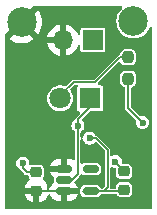
<source format=gbr>
%TF.GenerationSoftware,KiCad,Pcbnew,8.0.1*%
%TF.CreationDate,2025-01-22T20:29:26-07:00*%
%TF.ProjectId,IRRemote,49525265-6d6f-4746-952e-6b696361645f,rev?*%
%TF.SameCoordinates,Original*%
%TF.FileFunction,Copper,L2,Bot*%
%TF.FilePolarity,Positive*%
%FSLAX46Y46*%
G04 Gerber Fmt 4.6, Leading zero omitted, Abs format (unit mm)*
G04 Created by KiCad (PCBNEW 8.0.1) date 2025-01-22 20:29:26*
%MOMM*%
%LPD*%
G01*
G04 APERTURE LIST*
G04 Aperture macros list*
%AMRoundRect*
0 Rectangle with rounded corners*
0 $1 Rounding radius*
0 $2 $3 $4 $5 $6 $7 $8 $9 X,Y pos of 4 corners*
0 Add a 4 corners polygon primitive as box body*
4,1,4,$2,$3,$4,$5,$6,$7,$8,$9,$2,$3,0*
0 Add four circle primitives for the rounded corners*
1,1,$1+$1,$2,$3*
1,1,$1+$1,$4,$5*
1,1,$1+$1,$6,$7*
1,1,$1+$1,$8,$9*
0 Add four rect primitives between the rounded corners*
20,1,$1+$1,$2,$3,$4,$5,0*
20,1,$1+$1,$4,$5,$6,$7,0*
20,1,$1+$1,$6,$7,$8,$9,0*
20,1,$1+$1,$8,$9,$2,$3,0*%
G04 Aperture macros list end*
%TA.AperFunction,SMDPad,CuDef*%
%ADD10R,1.800000X1.800000*%
%TD*%
%TA.AperFunction,SMDPad,CuDef*%
%ADD11C,1.800000*%
%TD*%
%TA.AperFunction,ComponentPad*%
%ADD12R,1.700000X1.700000*%
%TD*%
%TA.AperFunction,ComponentPad*%
%ADD13O,1.700000X1.700000*%
%TD*%
%TA.AperFunction,ComponentPad*%
%ADD14C,2.500000*%
%TD*%
%TA.AperFunction,SMDPad,CuDef*%
%ADD15RoundRect,0.150000X-0.512500X-0.150000X0.512500X-0.150000X0.512500X0.150000X-0.512500X0.150000X0*%
%TD*%
%TA.AperFunction,SMDPad,CuDef*%
%ADD16RoundRect,0.225000X-0.250000X0.225000X-0.250000X-0.225000X0.250000X-0.225000X0.250000X0.225000X0*%
%TD*%
%TA.AperFunction,SMDPad,CuDef*%
%ADD17RoundRect,0.237500X0.237500X-0.250000X0.237500X0.250000X-0.237500X0.250000X-0.237500X-0.250000X0*%
%TD*%
%TA.AperFunction,SMDPad,CuDef*%
%ADD18RoundRect,0.225000X0.250000X-0.225000X0.250000X0.225000X-0.250000X0.225000X-0.250000X-0.225000X0*%
%TD*%
%TA.AperFunction,ViaPad*%
%ADD19C,0.600000*%
%TD*%
%TA.AperFunction,Conductor*%
%ADD20C,0.152400*%
%TD*%
%TA.AperFunction,Conductor*%
%ADD21C,0.200000*%
%TD*%
G04 APERTURE END LIST*
D10*
%TO.P,D1,1,K*%
%TO.N,GND*%
X139440000Y-72780000D03*
D11*
%TO.P,D1,2,A*%
%TO.N,Net-(D1-A)*%
X136900000Y-72780000D03*
%TD*%
D12*
%TO.P,J1,1,Pin_1*%
%TO.N,GND*%
X139660000Y-67830000D03*
D13*
%TO.P,J1,2,Pin_2*%
%TO.N,Vcc*%
X137120000Y-67830000D03*
%TD*%
D14*
%TO.P,H1,1,1*%
%TO.N,Vcc*%
X133620000Y-66340000D03*
%TD*%
%TO.P,H2,1,1*%
%TO.N,GND*%
X143100000Y-66240000D03*
%TD*%
D15*
%TO.P,U2,1,VIN*%
%TO.N,Vcc*%
X137200000Y-80640000D03*
%TO.P,U2,2,GND*%
%TO.N,GND*%
X137200000Y-79690000D03*
%TO.P,U2,3,EN*%
%TO.N,Vcc*%
X137200000Y-78740000D03*
%TO.P,U2,4,NC*%
%TO.N,unconnected-(U2-NC-Pad4)*%
X139475000Y-78740000D03*
%TO.P,U2,5,VOUT*%
%TO.N,Vout*%
X139475000Y-80640000D03*
%TD*%
D16*
%TO.P,C1,1*%
%TO.N,GND*%
X134870000Y-79030000D03*
%TO.P,C1,2*%
%TO.N,Vcc*%
X134870000Y-80580000D03*
%TD*%
D17*
%TO.P,R1,1*%
%TO.N,Net-(U1-PB1)*%
X142640000Y-71125000D03*
%TO.P,R1,2*%
%TO.N,Net-(D1-A)*%
X142640000Y-69300000D03*
%TD*%
D18*
%TO.P,C2,1*%
%TO.N,Vout*%
X142310000Y-80510000D03*
%TO.P,C2,2*%
%TO.N,GND*%
X142310000Y-78960000D03*
%TD*%
D19*
%TO.N,GND*%
X138390000Y-75080000D03*
X141560000Y-78130000D03*
X133730000Y-78260000D03*
%TO.N,Net-(U1-PB1)*%
X143880000Y-74830000D03*
%TO.N,Vout*%
X139380000Y-76140000D03*
%TD*%
D20*
%TO.N,GND*%
X141560000Y-78130000D02*
X142350000Y-78920000D01*
X139440000Y-72780000D02*
X139440000Y-73510000D01*
D21*
X134870000Y-79030000D02*
X134060000Y-79030000D01*
D20*
X138390000Y-74560000D02*
X138390000Y-75080000D01*
X139440000Y-73510000D02*
X138390000Y-74560000D01*
D21*
X134060000Y-79030000D02*
X133730000Y-78700000D01*
D20*
X137200000Y-79690000D02*
X137916994Y-79690000D01*
X142350000Y-78920000D02*
X142350000Y-79185000D01*
D21*
X133730000Y-78700000D02*
X133730000Y-78260000D01*
D20*
X138390000Y-79216994D02*
X138390000Y-75080000D01*
X137916994Y-79690000D02*
X138390000Y-79216994D01*
%TO.N,Net-(D1-A)*%
X139870000Y-71400000D02*
X141970000Y-69300000D01*
X136900000Y-72780000D02*
X136900000Y-72530000D01*
X136900000Y-72530000D02*
X138030000Y-71400000D01*
X138030000Y-71400000D02*
X139870000Y-71400000D01*
X141970000Y-69300000D02*
X142640000Y-69300000D01*
%TO.N,Vcc*%
X134400000Y-66820000D02*
X134400000Y-66500000D01*
X135880000Y-78740000D02*
X137200000Y-78740000D01*
X137140000Y-80580000D02*
X137200000Y-80640000D01*
X135880000Y-78740000D02*
X135880000Y-78140000D01*
X134620000Y-76880000D02*
X134620000Y-71610000D01*
X135880000Y-80560000D02*
X135880000Y-78740000D01*
X135900000Y-80580000D02*
X135880000Y-80560000D01*
X135880000Y-78140000D02*
X134620000Y-76880000D01*
X136890000Y-69340000D02*
X137440000Y-69340000D01*
X134870000Y-80580000D02*
X135900000Y-80580000D01*
X135900000Y-80580000D02*
X137140000Y-80580000D01*
D21*
%TO.N,Net-(U1-PB1)*%
X142640000Y-73590000D02*
X142640000Y-71125000D01*
X143880000Y-74830000D02*
X142640000Y-73590000D01*
D20*
%TO.N,Vout*%
X140410000Y-80640000D02*
X139475000Y-80640000D01*
X139380000Y-76140000D02*
X139890000Y-76140000D01*
X140580000Y-80630000D02*
X142190000Y-80630000D01*
X140910000Y-80300000D02*
X140570000Y-80640000D01*
X140410000Y-80640000D02*
X140570000Y-80640000D01*
X140570000Y-80640000D02*
X140580000Y-80630000D01*
X138830000Y-80640000D02*
X139475000Y-80640000D01*
X140910000Y-77160000D02*
X140910000Y-80300000D01*
X139890000Y-76140000D02*
X140910000Y-77160000D01*
X142190000Y-80630000D02*
X142310000Y-80510000D01*
%TD*%
%TA.AperFunction,Conductor*%
%TO.N,Vcc*%
G36*
X142113877Y-64960185D02*
G01*
X142159632Y-65012989D01*
X142169576Y-65082147D01*
X142140551Y-65145703D01*
X142123000Y-65162353D01*
X142114242Y-65169169D01*
X142114239Y-65169172D01*
X141951430Y-65346029D01*
X141951427Y-65346033D01*
X141819951Y-65547270D01*
X141723389Y-65767410D01*
X141664379Y-66000440D01*
X141644529Y-66239994D01*
X141644529Y-66240005D01*
X141664379Y-66479559D01*
X141723389Y-66712589D01*
X141819951Y-66932729D01*
X141930167Y-67101426D01*
X141951429Y-67133969D01*
X142114236Y-67310825D01*
X142114239Y-67310827D01*
X142114242Y-67310830D01*
X142303924Y-67458466D01*
X142303930Y-67458470D01*
X142303933Y-67458472D01*
X142515344Y-67572882D01*
X142515347Y-67572883D01*
X142742699Y-67650933D01*
X142742701Y-67650933D01*
X142742703Y-67650934D01*
X142979808Y-67690500D01*
X142979809Y-67690500D01*
X143220191Y-67690500D01*
X143220192Y-67690500D01*
X143457297Y-67650934D01*
X143684656Y-67572882D01*
X143896067Y-67458472D01*
X144085764Y-67310825D01*
X144248571Y-67133969D01*
X144380049Y-66932728D01*
X144461945Y-66746023D01*
X144506900Y-66692539D01*
X144573636Y-66671849D01*
X144640964Y-66690523D01*
X144687507Y-66742634D01*
X144699500Y-66795835D01*
X144699500Y-82015500D01*
X144679815Y-82082539D01*
X144627011Y-82128294D01*
X144575500Y-82139500D01*
X132314500Y-82139500D01*
X132247461Y-82119815D01*
X132201706Y-82067011D01*
X132190500Y-82015500D01*
X132190500Y-80830000D01*
X133895001Y-80830000D01*
X133895001Y-80853322D01*
X133905144Y-80952607D01*
X133958452Y-81113481D01*
X133958457Y-81113492D01*
X134047424Y-81257728D01*
X134047427Y-81257732D01*
X134167267Y-81377572D01*
X134167271Y-81377575D01*
X134311507Y-81466542D01*
X134311518Y-81466547D01*
X134472393Y-81519855D01*
X134571683Y-81529999D01*
X134619999Y-81529998D01*
X134620000Y-81529998D01*
X134620000Y-80830000D01*
X133895001Y-80830000D01*
X132190500Y-80830000D01*
X132190500Y-78260000D01*
X133174750Y-78260000D01*
X133192560Y-78395281D01*
X133193670Y-78403708D01*
X133193671Y-78403712D01*
X133249137Y-78537622D01*
X133249138Y-78537624D01*
X133249139Y-78537625D01*
X133337379Y-78652621D01*
X133379902Y-78685250D01*
X133452373Y-78740860D01*
X133463230Y-78745357D01*
X133517635Y-78789197D01*
X133530340Y-78812464D01*
X133537135Y-78828868D01*
X133537136Y-78828870D01*
X133867135Y-79158868D01*
X133931132Y-79222865D01*
X134014747Y-79257500D01*
X134083686Y-79257500D01*
X134150725Y-79277185D01*
X134196480Y-79329989D01*
X134206160Y-79362104D01*
X134210280Y-79388124D01*
X134210280Y-79388125D01*
X134210281Y-79388126D01*
X134250312Y-79466692D01*
X134271473Y-79508221D01*
X134271476Y-79508225D01*
X134290424Y-79527173D01*
X134323909Y-79588496D01*
X134318925Y-79658188D01*
X134277053Y-79714121D01*
X134267841Y-79720392D01*
X134167268Y-79782426D01*
X134047427Y-79902267D01*
X134047424Y-79902271D01*
X133958457Y-80046507D01*
X133958452Y-80046518D01*
X133905144Y-80207393D01*
X133895000Y-80306677D01*
X133895000Y-80330000D01*
X134996000Y-80330000D01*
X135063039Y-80349685D01*
X135108794Y-80402489D01*
X135120000Y-80454000D01*
X135120000Y-81529999D01*
X135168308Y-81529999D01*
X135168322Y-81529998D01*
X135267607Y-81519855D01*
X135428481Y-81466547D01*
X135428492Y-81466542D01*
X135572728Y-81377575D01*
X135572732Y-81377572D01*
X135692572Y-81257732D01*
X135692575Y-81257728D01*
X135781542Y-81113492D01*
X135781548Y-81113479D01*
X135828199Y-80972695D01*
X135867971Y-80915250D01*
X135932487Y-80888426D01*
X136001263Y-80900741D01*
X136052463Y-80948283D01*
X136064981Y-80977103D01*
X136086215Y-81050193D01*
X136086217Y-81050196D01*
X136169814Y-81191552D01*
X136169821Y-81191561D01*
X136285938Y-81307678D01*
X136285947Y-81307685D01*
X136427303Y-81391282D01*
X136427306Y-81391283D01*
X136585004Y-81437099D01*
X136585010Y-81437100D01*
X136621850Y-81439999D01*
X136621866Y-81440000D01*
X136950000Y-81440000D01*
X136950000Y-80890000D01*
X137450000Y-80890000D01*
X137450000Y-81440000D01*
X137778134Y-81440000D01*
X137778149Y-81439999D01*
X137814989Y-81437100D01*
X137814995Y-81437099D01*
X137972693Y-81391283D01*
X137972696Y-81391282D01*
X138114052Y-81307685D01*
X138114061Y-81307678D01*
X138230178Y-81191561D01*
X138230185Y-81191552D01*
X138313781Y-81050198D01*
X138359600Y-80892486D01*
X138359795Y-80890001D01*
X138359795Y-80890000D01*
X137450000Y-80890000D01*
X136950000Y-80890000D01*
X136950000Y-80514000D01*
X136969685Y-80446961D01*
X137022489Y-80401206D01*
X137074000Y-80390000D01*
X138359795Y-80390000D01*
X138359795Y-80389998D01*
X138359600Y-80387513D01*
X138313781Y-80229801D01*
X138230185Y-80088447D01*
X138230178Y-80088438D01*
X138108540Y-79966800D01*
X138110300Y-79965039D01*
X138076556Y-79918331D01*
X138072754Y-79848565D01*
X138105807Y-79789261D01*
X138107122Y-79787946D01*
X138487945Y-79407123D01*
X138487948Y-79407121D01*
X138505386Y-79389683D01*
X138505387Y-79389683D01*
X138562689Y-79332381D01*
X138580870Y-79288488D01*
X138593701Y-79257512D01*
X138593701Y-79257510D01*
X138597519Y-79248293D01*
X138641360Y-79193889D01*
X138707654Y-79171823D01*
X138766541Y-79184343D01*
X138861107Y-79230573D01*
X138895173Y-79235536D01*
X138929239Y-79240500D01*
X138929240Y-79240500D01*
X140020761Y-79240500D01*
X140043471Y-79237191D01*
X140088893Y-79230573D01*
X140193983Y-79179198D01*
X140276698Y-79096483D01*
X140328073Y-78991393D01*
X140338000Y-78923260D01*
X140338000Y-78556740D01*
X140337276Y-78551774D01*
X140328073Y-78488608D01*
X140327538Y-78487513D01*
X140276698Y-78383517D01*
X140276696Y-78383515D01*
X140276696Y-78383514D01*
X140193985Y-78300803D01*
X140088891Y-78249426D01*
X140020761Y-78239500D01*
X140020760Y-78239500D01*
X138929240Y-78239500D01*
X138929239Y-78239500D01*
X138861108Y-78249426D01*
X138772160Y-78292910D01*
X138703287Y-78304668D01*
X138638990Y-78277325D01*
X138599683Y-78219560D01*
X138593700Y-78181509D01*
X138593700Y-76276871D01*
X138613385Y-76209832D01*
X138666189Y-76164077D01*
X138735347Y-76154133D01*
X138798903Y-76183158D01*
X138836677Y-76241936D01*
X138840639Y-76260685D01*
X138843670Y-76283708D01*
X138843671Y-76283712D01*
X138899137Y-76417622D01*
X138899138Y-76417624D01*
X138899139Y-76417625D01*
X138987379Y-76532621D01*
X139102375Y-76620861D01*
X139236291Y-76676330D01*
X139363280Y-76693048D01*
X139379999Y-76695250D01*
X139380000Y-76695250D01*
X139380001Y-76695250D01*
X139394977Y-76693278D01*
X139523709Y-76676330D01*
X139657625Y-76620861D01*
X139772621Y-76532621D01*
X139782899Y-76519225D01*
X139839327Y-76478023D01*
X139909073Y-76473868D01*
X139968956Y-76507031D01*
X140669981Y-77208056D01*
X140703466Y-77269379D01*
X140706300Y-77295737D01*
X140706300Y-80164263D01*
X140686615Y-80231302D01*
X140669981Y-80251944D01*
X140521944Y-80399981D01*
X140460621Y-80433466D01*
X140434263Y-80436300D01*
X140428794Y-80436300D01*
X140361755Y-80416615D01*
X140317394Y-80366761D01*
X140276697Y-80283515D01*
X140193985Y-80200803D01*
X140088891Y-80149426D01*
X140020761Y-80139500D01*
X140020760Y-80139500D01*
X138929240Y-80139500D01*
X138929239Y-80139500D01*
X138861108Y-80149426D01*
X138756014Y-80200803D01*
X138673303Y-80283514D01*
X138621926Y-80388608D01*
X138612000Y-80456739D01*
X138612000Y-80823260D01*
X138621926Y-80891391D01*
X138621927Y-80891393D01*
X138669262Y-80988220D01*
X138673303Y-80996485D01*
X138756014Y-81079196D01*
X138756015Y-81079196D01*
X138756017Y-81079198D01*
X138861107Y-81130573D01*
X138895173Y-81135536D01*
X138929239Y-81140500D01*
X138929240Y-81140500D01*
X140020761Y-81140500D01*
X140043471Y-81137191D01*
X140088893Y-81130573D01*
X140193983Y-81079198D01*
X140276698Y-80996483D01*
X140298148Y-80952607D01*
X140317394Y-80913239D01*
X140364522Y-80861657D01*
X140428794Y-80843700D01*
X140610518Y-80843700D01*
X140610519Y-80843700D01*
X140611873Y-80843138D01*
X140659327Y-80833700D01*
X141556753Y-80833700D01*
X141623792Y-80853385D01*
X141667236Y-80901403D01*
X141711472Y-80988220D01*
X141711474Y-80988222D01*
X141711476Y-80988225D01*
X141806774Y-81083523D01*
X141806778Y-81083526D01*
X141806780Y-81083528D01*
X141926874Y-81144719D01*
X141926876Y-81144719D01*
X141926878Y-81144720D01*
X142026507Y-81160500D01*
X142026512Y-81160500D01*
X142593493Y-81160500D01*
X142693121Y-81144720D01*
X142693121Y-81144719D01*
X142693126Y-81144719D01*
X142813220Y-81083528D01*
X142908528Y-80988220D01*
X142969719Y-80868126D01*
X142976825Y-80823260D01*
X142985500Y-80768493D01*
X142985500Y-80251506D01*
X142969720Y-80151878D01*
X142969719Y-80151876D01*
X142969719Y-80151874D01*
X142908528Y-80031780D01*
X142908526Y-80031778D01*
X142908523Y-80031774D01*
X142813225Y-79936476D01*
X142813221Y-79936473D01*
X142813220Y-79936472D01*
X142693126Y-79875281D01*
X142693124Y-79875280D01*
X142693121Y-79875279D01*
X142593493Y-79859500D01*
X142593488Y-79859500D01*
X142026512Y-79859500D01*
X142026507Y-79859500D01*
X141926878Y-79875279D01*
X141806778Y-79936473D01*
X141806774Y-79936476D01*
X141711476Y-80031774D01*
X141711473Y-80031778D01*
X141650279Y-80151878D01*
X141634500Y-80251506D01*
X141634500Y-80302300D01*
X141614815Y-80369339D01*
X141562011Y-80415094D01*
X141510500Y-80426300D01*
X141237701Y-80426300D01*
X141170662Y-80406615D01*
X141124907Y-80353811D01*
X141113701Y-80302300D01*
X141113701Y-80249492D01*
X141113700Y-80249478D01*
X141113700Y-78726572D01*
X141133385Y-78659533D01*
X141186189Y-78613778D01*
X141255347Y-78603834D01*
X141285150Y-78612010D01*
X141416291Y-78666330D01*
X141526687Y-78680864D01*
X141590581Y-78709129D01*
X141629053Y-78767453D01*
X141634500Y-78803802D01*
X141634500Y-79218493D01*
X141650279Y-79318121D01*
X141650280Y-79318124D01*
X141650281Y-79318126D01*
X141711472Y-79438220D01*
X141711473Y-79438221D01*
X141711476Y-79438225D01*
X141806774Y-79533523D01*
X141806778Y-79533526D01*
X141806780Y-79533528D01*
X141926874Y-79594719D01*
X141926876Y-79594719D01*
X141926878Y-79594720D01*
X142026507Y-79610500D01*
X142026512Y-79610500D01*
X142593493Y-79610500D01*
X142693121Y-79594720D01*
X142693121Y-79594719D01*
X142693126Y-79594719D01*
X142813220Y-79533528D01*
X142908528Y-79438220D01*
X142969719Y-79318126D01*
X142969720Y-79318121D01*
X142985500Y-79218493D01*
X142985500Y-78701506D01*
X142969720Y-78601878D01*
X142969719Y-78601876D01*
X142969719Y-78601874D01*
X142908528Y-78481780D01*
X142908526Y-78481778D01*
X142908523Y-78481774D01*
X142813225Y-78386476D01*
X142813221Y-78386473D01*
X142813220Y-78386472D01*
X142693126Y-78325281D01*
X142693124Y-78325280D01*
X142693121Y-78325279D01*
X142593493Y-78309500D01*
X142593488Y-78309500D01*
X142233013Y-78309500D01*
X142165974Y-78289815D01*
X142120219Y-78237011D01*
X142110074Y-78169314D01*
X142115250Y-78130000D01*
X142115250Y-78129999D01*
X142107655Y-78072314D01*
X142096330Y-77986291D01*
X142040861Y-77852375D01*
X141952621Y-77737379D01*
X141837625Y-77649139D01*
X141837624Y-77649138D01*
X141837622Y-77649137D01*
X141703712Y-77593671D01*
X141703710Y-77593670D01*
X141703709Y-77593670D01*
X141631854Y-77584210D01*
X141560001Y-77574750D01*
X141559999Y-77574750D01*
X141416291Y-77593670D01*
X141416287Y-77593671D01*
X141285152Y-77647988D01*
X141215682Y-77655457D01*
X141153203Y-77624181D01*
X141117551Y-77564092D01*
X141113700Y-77533427D01*
X141113700Y-77214961D01*
X141113701Y-77214952D01*
X141113701Y-77119482D01*
X141113700Y-77119478D01*
X141092129Y-77067403D01*
X141092128Y-77067400D01*
X141092128Y-77067401D01*
X141082689Y-77044614D01*
X141082689Y-77044613D01*
X141025387Y-76987311D01*
X141018322Y-76980246D01*
X141018315Y-76980240D01*
X140080130Y-76042055D01*
X140080128Y-76042052D01*
X140005384Y-75967308D01*
X139930849Y-75936436D01*
X139876445Y-75892596D01*
X139863741Y-75869329D01*
X139860861Y-75862375D01*
X139772621Y-75747379D01*
X139657625Y-75659139D01*
X139657624Y-75659138D01*
X139657622Y-75659137D01*
X139523712Y-75603671D01*
X139523710Y-75603670D01*
X139523709Y-75603670D01*
X139431126Y-75591481D01*
X139380001Y-75584750D01*
X139379999Y-75584750D01*
X139236291Y-75603670D01*
X139236287Y-75603671D01*
X139102377Y-75659137D01*
X138987379Y-75747379D01*
X138899137Y-75862377D01*
X138843671Y-75996287D01*
X138843670Y-75996292D01*
X138840639Y-76019314D01*
X138812372Y-76083211D01*
X138754047Y-76121681D01*
X138684183Y-76122512D01*
X138624959Y-76085439D01*
X138595181Y-76022233D01*
X138593700Y-76003128D01*
X138593700Y-75674335D01*
X138613385Y-75607296D01*
X138661152Y-75565905D01*
X138660586Y-75564925D01*
X138665673Y-75561987D01*
X138666189Y-75561541D01*
X138667238Y-75561084D01*
X138667620Y-75560863D01*
X138667619Y-75560863D01*
X138667625Y-75560861D01*
X138782621Y-75472621D01*
X138870861Y-75357625D01*
X138926330Y-75223709D01*
X138945250Y-75080000D01*
X138926330Y-74936291D01*
X138889350Y-74847013D01*
X138870862Y-74802377D01*
X138870861Y-74802376D01*
X138870861Y-74802375D01*
X138782621Y-74687379D01*
X138763564Y-74672756D01*
X138722363Y-74616328D01*
X138718209Y-74546582D01*
X138751370Y-74486703D01*
X139321257Y-73916819D01*
X139382580Y-73883334D01*
X139408938Y-73880500D01*
X140359750Y-73880500D01*
X140359751Y-73880499D01*
X140374568Y-73877552D01*
X140418229Y-73868868D01*
X140418229Y-73868867D01*
X140418231Y-73868867D01*
X140484552Y-73824552D01*
X140528867Y-73758231D01*
X140528867Y-73758229D01*
X140528868Y-73758229D01*
X140540499Y-73699752D01*
X140540500Y-73699750D01*
X140540500Y-71860249D01*
X140540499Y-71860247D01*
X140528868Y-71801770D01*
X140528867Y-71801769D01*
X140484552Y-71735447D01*
X140418230Y-71691132D01*
X140418229Y-71691131D01*
X140359752Y-71679500D01*
X140359748Y-71679500D01*
X140177936Y-71679500D01*
X140110897Y-71659815D01*
X140065142Y-71607011D01*
X140055198Y-71537853D01*
X140084223Y-71474297D01*
X140090255Y-71467819D01*
X140130314Y-71427760D01*
X141964500Y-71427760D01*
X141967274Y-71457349D01*
X142010884Y-71581976D01*
X142089288Y-71688210D01*
X142089289Y-71688211D01*
X142195523Y-71766615D01*
X142195524Y-71766615D01*
X142195525Y-71766616D01*
X142231205Y-71779101D01*
X142327274Y-71812718D01*
X142326358Y-71815333D01*
X142376232Y-71842605D01*
X142409682Y-71903948D01*
X142412500Y-71930235D01*
X142412500Y-73635253D01*
X142447136Y-73718870D01*
X143308677Y-74580410D01*
X143342162Y-74641733D01*
X143343935Y-74684277D01*
X143324750Y-74829999D01*
X143324750Y-74830000D01*
X143343670Y-74973708D01*
X143343671Y-74973712D01*
X143399137Y-75107622D01*
X143399138Y-75107624D01*
X143399139Y-75107625D01*
X143487379Y-75222621D01*
X143602375Y-75310861D01*
X143736291Y-75366330D01*
X143863280Y-75383048D01*
X143879999Y-75385250D01*
X143880000Y-75385250D01*
X143880001Y-75385250D01*
X143894977Y-75383278D01*
X144023709Y-75366330D01*
X144157625Y-75310861D01*
X144272621Y-75222621D01*
X144360861Y-75107625D01*
X144416330Y-74973709D01*
X144435250Y-74830000D01*
X144416330Y-74686291D01*
X144372473Y-74580410D01*
X144360862Y-74552377D01*
X144360861Y-74552376D01*
X144360861Y-74552375D01*
X144272621Y-74437379D01*
X144157625Y-74349139D01*
X144157624Y-74349138D01*
X144157622Y-74349137D01*
X144023712Y-74293671D01*
X144023710Y-74293670D01*
X144023709Y-74293670D01*
X143943955Y-74283170D01*
X143880001Y-74274750D01*
X143879999Y-74274750D01*
X143734277Y-74293935D01*
X143665241Y-74283170D01*
X143630410Y-74258677D01*
X142903819Y-73532085D01*
X142870334Y-73470762D01*
X142867500Y-73444404D01*
X142867500Y-71930235D01*
X142887185Y-71863196D01*
X142939989Y-71817441D01*
X142952876Y-71813147D01*
X142952726Y-71812718D01*
X143015788Y-71790651D01*
X143084475Y-71766616D01*
X143190711Y-71688211D01*
X143269116Y-71581975D01*
X143312725Y-71457349D01*
X143315500Y-71427756D01*
X143315500Y-70822244D01*
X143312725Y-70792651D01*
X143269116Y-70668025D01*
X143190711Y-70561789D01*
X143190710Y-70561788D01*
X143084476Y-70483384D01*
X142959848Y-70439774D01*
X142959849Y-70439774D01*
X142930260Y-70437000D01*
X142930256Y-70437000D01*
X142349744Y-70437000D01*
X142349740Y-70437000D01*
X142320150Y-70439774D01*
X142195523Y-70483384D01*
X142089289Y-70561788D01*
X142089288Y-70561789D01*
X142010884Y-70668023D01*
X141967274Y-70792650D01*
X141964500Y-70822239D01*
X141964500Y-71427760D01*
X140130314Y-71427760D01*
X140996286Y-70561788D01*
X141819916Y-69738158D01*
X141881237Y-69704675D01*
X141950929Y-69709659D01*
X142006862Y-69751531D01*
X142007365Y-69752207D01*
X142010884Y-69756975D01*
X142089288Y-69863210D01*
X142089290Y-69863212D01*
X142195523Y-69941615D01*
X142195524Y-69941615D01*
X142195525Y-69941616D01*
X142320151Y-69985225D01*
X142320150Y-69985225D01*
X142349740Y-69988000D01*
X142349744Y-69988000D01*
X142930260Y-69988000D01*
X142959849Y-69985225D01*
X143084475Y-69941616D01*
X143190711Y-69863211D01*
X143269116Y-69756975D01*
X143312725Y-69632349D01*
X143315500Y-69602756D01*
X143315500Y-68997244D01*
X143312725Y-68967651D01*
X143269116Y-68843025D01*
X143255482Y-68824552D01*
X143190711Y-68736789D01*
X143190710Y-68736788D01*
X143084476Y-68658384D01*
X142959848Y-68614774D01*
X142959849Y-68614774D01*
X142930260Y-68612000D01*
X142930256Y-68612000D01*
X142349744Y-68612000D01*
X142349740Y-68612000D01*
X142320150Y-68614774D01*
X142195523Y-68658384D01*
X142089289Y-68736788D01*
X142089288Y-68736789D01*
X142010884Y-68843023D01*
X141967274Y-68967650D01*
X141964500Y-68997239D01*
X141964500Y-68998939D01*
X141964405Y-68999262D01*
X141964364Y-69000140D01*
X141964150Y-69000130D01*
X141944815Y-69065978D01*
X141892011Y-69111733D01*
X141887954Y-69113500D01*
X141854613Y-69127310D01*
X139821944Y-71159981D01*
X139760621Y-71193466D01*
X139734263Y-71196300D01*
X138070518Y-71196300D01*
X137989481Y-71196300D01*
X137989479Y-71196300D01*
X137989477Y-71196301D01*
X137914615Y-71227308D01*
X137419955Y-71721968D01*
X137358632Y-71755453D01*
X137288940Y-71750469D01*
X137287481Y-71749914D01*
X137202460Y-71716977D01*
X137202457Y-71716976D01*
X137202456Y-71716976D01*
X137001976Y-71679500D01*
X136798024Y-71679500D01*
X136597544Y-71716976D01*
X136597541Y-71716976D01*
X136597541Y-71716977D01*
X136407364Y-71790651D01*
X136407357Y-71790655D01*
X136233960Y-71898017D01*
X136233958Y-71898019D01*
X136083237Y-72035418D01*
X135960327Y-72198178D01*
X135869422Y-72380739D01*
X135869417Y-72380752D01*
X135813602Y-72576917D01*
X135794785Y-72779999D01*
X135794785Y-72780000D01*
X135813602Y-72983082D01*
X135869417Y-73179247D01*
X135869422Y-73179260D01*
X135960327Y-73361821D01*
X136083237Y-73524581D01*
X136233958Y-73661980D01*
X136233960Y-73661982D01*
X136294955Y-73699748D01*
X136407363Y-73769348D01*
X136597544Y-73843024D01*
X136798024Y-73880500D01*
X136798026Y-73880500D01*
X137001974Y-73880500D01*
X137001976Y-73880500D01*
X137202456Y-73843024D01*
X137392637Y-73769348D01*
X137566041Y-73661981D01*
X137716764Y-73524579D01*
X137839673Y-73361821D01*
X137930582Y-73179250D01*
X137986397Y-72983083D01*
X138005215Y-72780000D01*
X137986397Y-72576917D01*
X137930582Y-72380750D01*
X137839673Y-72198179D01*
X137767114Y-72102095D01*
X137742422Y-72036733D01*
X137756987Y-71968399D01*
X137778382Y-71939691D01*
X138078058Y-71640017D01*
X138139380Y-71606534D01*
X138165738Y-71603700D01*
X138251491Y-71603700D01*
X138318530Y-71623385D01*
X138364285Y-71676189D01*
X138374229Y-71745347D01*
X138354592Y-71796593D01*
X138351131Y-71801771D01*
X138339500Y-71860247D01*
X138339500Y-73699752D01*
X138351131Y-73758229D01*
X138351132Y-73758230D01*
X138395447Y-73824552D01*
X138461769Y-73868867D01*
X138461770Y-73868868D01*
X138510562Y-73878573D01*
X138572473Y-73910957D01*
X138607047Y-73971673D01*
X138603308Y-74041442D01*
X138574052Y-74087871D01*
X138274614Y-74387310D01*
X138217310Y-74444613D01*
X138217308Y-74444615D01*
X138181626Y-74530764D01*
X138177540Y-74529071D01*
X138156166Y-74569877D01*
X138119343Y-74594945D01*
X138119417Y-74595073D01*
X138117702Y-74596062D01*
X138114446Y-74598280D01*
X138112380Y-74599135D01*
X138112378Y-74599136D01*
X137997379Y-74687379D01*
X137909137Y-74802377D01*
X137853671Y-74936287D01*
X137853670Y-74936291D01*
X137834750Y-75079999D01*
X137834750Y-75080000D01*
X137853670Y-75223708D01*
X137853671Y-75223712D01*
X137909137Y-75357622D01*
X137909138Y-75357624D01*
X137909139Y-75357625D01*
X137997379Y-75472621D01*
X138112375Y-75560861D01*
X138112378Y-75560862D01*
X138112379Y-75560863D01*
X138119414Y-75564925D01*
X138118374Y-75566725D01*
X138164146Y-75603600D01*
X138186220Y-75669891D01*
X138186300Y-75674335D01*
X138186300Y-77897646D01*
X138166615Y-77964685D01*
X138113811Y-78010440D01*
X138044653Y-78020384D01*
X137999181Y-78004380D01*
X137972693Y-77988715D01*
X137814995Y-77942900D01*
X137814989Y-77942899D01*
X137778149Y-77940000D01*
X137450000Y-77940000D01*
X137450000Y-78866000D01*
X137430315Y-78933039D01*
X137377511Y-78978794D01*
X137326000Y-78990000D01*
X136040205Y-78990000D01*
X136040204Y-78990001D01*
X136040399Y-78992486D01*
X136086218Y-79150198D01*
X136169814Y-79291552D01*
X136169821Y-79291561D01*
X136285939Y-79407679D01*
X136288997Y-79410051D01*
X136290780Y-79412520D01*
X136291460Y-79413200D01*
X136291350Y-79413309D01*
X136329906Y-79466692D01*
X136337000Y-79508033D01*
X136337000Y-79871967D01*
X136317315Y-79939006D01*
X136289004Y-79969944D01*
X136285945Y-79972316D01*
X136169818Y-80088442D01*
X136169814Y-80088447D01*
X136086217Y-80229803D01*
X136086214Y-80229809D01*
X136079642Y-80252431D01*
X136042034Y-80311316D01*
X135978561Y-80340520D01*
X135909375Y-80330773D01*
X135856442Y-80285167D01*
X135837209Y-80230431D01*
X135834856Y-80207393D01*
X135781547Y-80046518D01*
X135781542Y-80046507D01*
X135692575Y-79902271D01*
X135692572Y-79902267D01*
X135572732Y-79782427D01*
X135572728Y-79782424D01*
X135472159Y-79720392D01*
X135425434Y-79668444D01*
X135414213Y-79599482D01*
X135442056Y-79535400D01*
X135449565Y-79527182D01*
X135468528Y-79508220D01*
X135529719Y-79388126D01*
X135529720Y-79388121D01*
X135545500Y-79288491D01*
X135545500Y-78771506D01*
X135529720Y-78671878D01*
X135529719Y-78671876D01*
X135529719Y-78671874D01*
X135468528Y-78551780D01*
X135468526Y-78551778D01*
X135468523Y-78551774D01*
X135406747Y-78489998D01*
X136040204Y-78489998D01*
X136040205Y-78490000D01*
X136950000Y-78490000D01*
X136950000Y-77940000D01*
X136621850Y-77940000D01*
X136585010Y-77942899D01*
X136585004Y-77942900D01*
X136427306Y-77988716D01*
X136427303Y-77988717D01*
X136285947Y-78072314D01*
X136285938Y-78072321D01*
X136169821Y-78188438D01*
X136169814Y-78188447D01*
X136086218Y-78329801D01*
X136040399Y-78487513D01*
X136040204Y-78489998D01*
X135406747Y-78489998D01*
X135373225Y-78456476D01*
X135373221Y-78456473D01*
X135373220Y-78456472D01*
X135253126Y-78395281D01*
X135253124Y-78395280D01*
X135253121Y-78395279D01*
X135153493Y-78379500D01*
X135153488Y-78379500D01*
X134586512Y-78379500D01*
X134586507Y-78379500D01*
X134486876Y-78395280D01*
X134461655Y-78408130D01*
X134392986Y-78421025D01*
X134328246Y-78394747D01*
X134287990Y-78337639D01*
X134282424Y-78281460D01*
X134285250Y-78260000D01*
X134266330Y-78116291D01*
X134213488Y-77988717D01*
X134210862Y-77982377D01*
X134210861Y-77982376D01*
X134210861Y-77982375D01*
X134122621Y-77867379D01*
X134007625Y-77779139D01*
X134007624Y-77779138D01*
X134007622Y-77779137D01*
X133873712Y-77723671D01*
X133873710Y-77723670D01*
X133873709Y-77723670D01*
X133801854Y-77714210D01*
X133730001Y-77704750D01*
X133729999Y-77704750D01*
X133586291Y-77723670D01*
X133586287Y-77723671D01*
X133452377Y-77779137D01*
X133337379Y-77867379D01*
X133249137Y-77982377D01*
X133193671Y-78116287D01*
X133193670Y-78116291D01*
X133174751Y-78259996D01*
X133174750Y-78260000D01*
X132190500Y-78260000D01*
X132190500Y-67467308D01*
X132210185Y-67400269D01*
X132226819Y-67379627D01*
X132757426Y-66849020D01*
X132843249Y-66977463D01*
X132982537Y-67116751D01*
X133110978Y-67202573D01*
X132570830Y-67742720D01*
X132742546Y-67859793D01*
X132742550Y-67859795D01*
X132978854Y-67973594D01*
X132978858Y-67973595D01*
X133229494Y-68050907D01*
X133229500Y-68050909D01*
X133488848Y-68089999D01*
X133488857Y-68090000D01*
X133751143Y-68090000D01*
X133751151Y-68089999D01*
X133817491Y-68080000D01*
X135789364Y-68080000D01*
X135846567Y-68293486D01*
X135846570Y-68293492D01*
X135946399Y-68507578D01*
X136081894Y-68701082D01*
X136248917Y-68868105D01*
X136442421Y-69003600D01*
X136656507Y-69103429D01*
X136656516Y-69103433D01*
X136870000Y-69160634D01*
X136870000Y-68263012D01*
X136927007Y-68295925D01*
X137054174Y-68330000D01*
X137185826Y-68330000D01*
X137312993Y-68295925D01*
X137370000Y-68263012D01*
X137370000Y-69160633D01*
X137583483Y-69103433D01*
X137583492Y-69103429D01*
X137797578Y-69003600D01*
X137991082Y-68868105D01*
X138158105Y-68701082D01*
X138293599Y-68507578D01*
X138373118Y-68337051D01*
X138419290Y-68284612D01*
X138486484Y-68265460D01*
X138553365Y-68285676D01*
X138598699Y-68338841D01*
X138609500Y-68389456D01*
X138609500Y-68699752D01*
X138621131Y-68758229D01*
X138621132Y-68758230D01*
X138665447Y-68824552D01*
X138731769Y-68868867D01*
X138731770Y-68868868D01*
X138790247Y-68880499D01*
X138790250Y-68880500D01*
X138790252Y-68880500D01*
X140529750Y-68880500D01*
X140529751Y-68880499D01*
X140544568Y-68877552D01*
X140588229Y-68868868D01*
X140588229Y-68868867D01*
X140588231Y-68868867D01*
X140654552Y-68824552D01*
X140698867Y-68758231D01*
X140698867Y-68758229D01*
X140698868Y-68758229D01*
X140707552Y-68714568D01*
X140710500Y-68699748D01*
X140710500Y-66960252D01*
X140710500Y-66960249D01*
X140710499Y-66960247D01*
X140698868Y-66901770D01*
X140698867Y-66901769D01*
X140654552Y-66835447D01*
X140588230Y-66791132D01*
X140588229Y-66791131D01*
X140529752Y-66779500D01*
X140529748Y-66779500D01*
X138790252Y-66779500D01*
X138790247Y-66779500D01*
X138731770Y-66791131D01*
X138731769Y-66791132D01*
X138665447Y-66835447D01*
X138621132Y-66901769D01*
X138621131Y-66901770D01*
X138609500Y-66960247D01*
X138609500Y-67270543D01*
X138589815Y-67337582D01*
X138537011Y-67383337D01*
X138467853Y-67393281D01*
X138404297Y-67364256D01*
X138373118Y-67322948D01*
X138293600Y-67152422D01*
X138293599Y-67152420D01*
X138158113Y-66958926D01*
X138158108Y-66958920D01*
X137991082Y-66791894D01*
X137797578Y-66656399D01*
X137583492Y-66556570D01*
X137583486Y-66556567D01*
X137370000Y-66499364D01*
X137370000Y-67396988D01*
X137312993Y-67364075D01*
X137185826Y-67330000D01*
X137054174Y-67330000D01*
X136927007Y-67364075D01*
X136870000Y-67396988D01*
X136870000Y-66499364D01*
X136869999Y-66499364D01*
X136656513Y-66556567D01*
X136656507Y-66556570D01*
X136442422Y-66656399D01*
X136442420Y-66656400D01*
X136248926Y-66791886D01*
X136248920Y-66791891D01*
X136081891Y-66958920D01*
X136081886Y-66958926D01*
X135946400Y-67152420D01*
X135946399Y-67152422D01*
X135846570Y-67366507D01*
X135846567Y-67366513D01*
X135789364Y-67579999D01*
X135789364Y-67580000D01*
X136686988Y-67580000D01*
X136654075Y-67637007D01*
X136620000Y-67764174D01*
X136620000Y-67895826D01*
X136654075Y-68022993D01*
X136686988Y-68080000D01*
X135789364Y-68080000D01*
X133817491Y-68080000D01*
X134010499Y-68050909D01*
X134010505Y-68050907D01*
X134261143Y-67973595D01*
X134497445Y-67859798D01*
X134497447Y-67859797D01*
X134669168Y-67742720D01*
X134129020Y-67202573D01*
X134257463Y-67116751D01*
X134396751Y-66977463D01*
X134482573Y-66849020D01*
X135022125Y-67388572D01*
X135069971Y-67328573D01*
X135201116Y-67101426D01*
X135296941Y-66857270D01*
X135355306Y-66601550D01*
X135355307Y-66601545D01*
X135374907Y-66340004D01*
X135374907Y-66339995D01*
X135355307Y-66078454D01*
X135355306Y-66078449D01*
X135296941Y-65822729D01*
X135201116Y-65578573D01*
X135201117Y-65578573D01*
X135069972Y-65351426D01*
X135022124Y-65291427D01*
X134482573Y-65830978D01*
X134396751Y-65702537D01*
X134257463Y-65563249D01*
X134129020Y-65477426D01*
X134629628Y-64976819D01*
X134690951Y-64943334D01*
X134717309Y-64940500D01*
X142046838Y-64940500D01*
X142113877Y-64960185D01*
G37*
%TD.AperFunction*%
%TD*%
M02*

</source>
